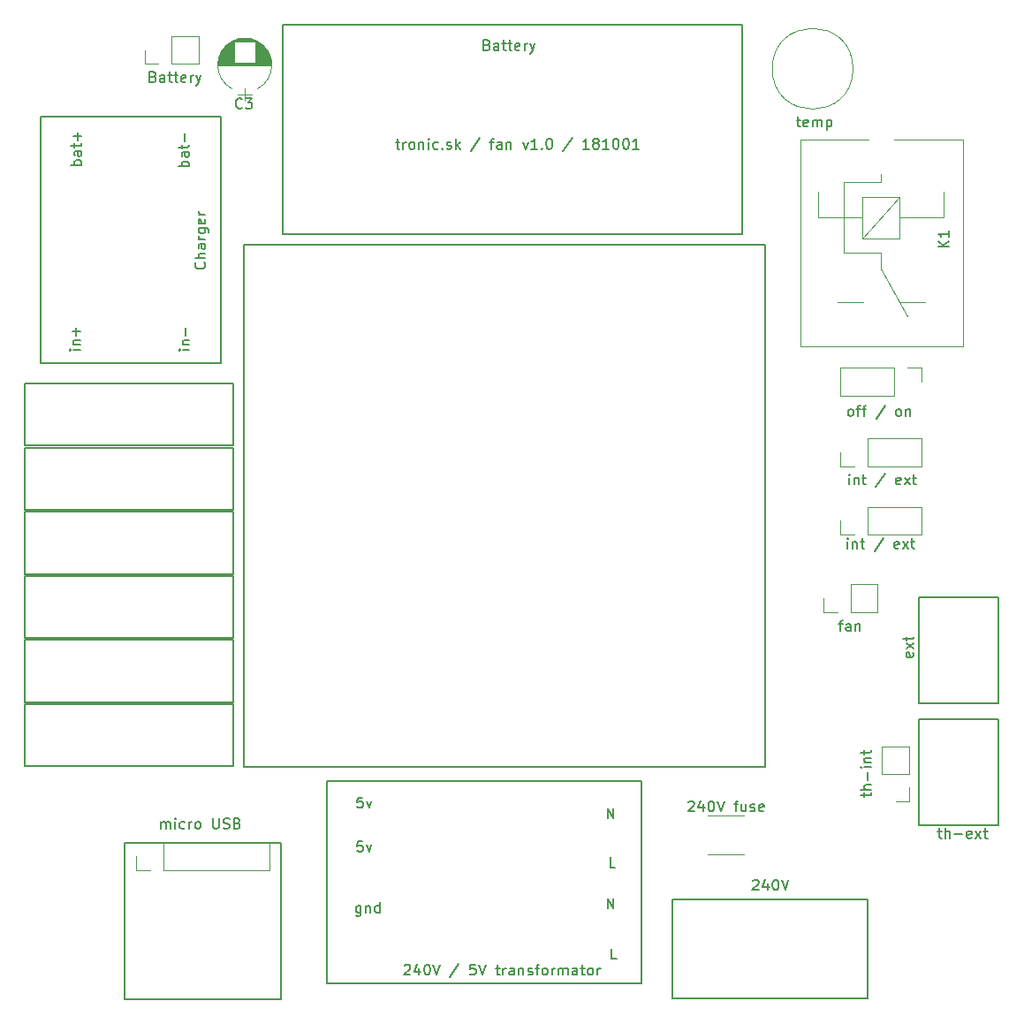
<source format=gto>
G04 #@! TF.GenerationSoftware,KiCad,Pcbnew,(6.0.0-rc1-dev-637-g704615721)*
G04 #@! TF.CreationDate,2018-10-01T23:53:43+02:00*
G04 #@! TF.ProjectId,fan-v1.0,66616E2D76312E302E6B696361645F70,rev?*
G04 #@! TF.SameCoordinates,Original*
G04 #@! TF.FileFunction,Legend,Top*
G04 #@! TF.FilePolarity,Positive*
%FSLAX46Y46*%
G04 Gerber Fmt 4.6, Leading zero omitted, Abs format (unit mm)*
G04 Created by KiCad (PCBNEW (6.0.0-rc1-dev-637-g704615721)) date 10/01/18 23:53:43*
%MOMM*%
%LPD*%
G01*
G04 APERTURE LIST*
%ADD10C,0.150000*%
%ADD11C,0.120000*%
G04 APERTURE END LIST*
D10*
X95218123Y-47766314D02*
X95599076Y-47766314D01*
X95360980Y-47432980D02*
X95360980Y-48290123D01*
X95408600Y-48385361D01*
X95503838Y-48432980D01*
X95599076Y-48432980D01*
X95932409Y-48432980D02*
X95932409Y-47766314D01*
X95932409Y-47956790D02*
X95980028Y-47861552D01*
X96027647Y-47813933D01*
X96122885Y-47766314D01*
X96218123Y-47766314D01*
X96694314Y-48432980D02*
X96599076Y-48385361D01*
X96551457Y-48337742D01*
X96503838Y-48242504D01*
X96503838Y-47956790D01*
X96551457Y-47861552D01*
X96599076Y-47813933D01*
X96694314Y-47766314D01*
X96837171Y-47766314D01*
X96932409Y-47813933D01*
X96980028Y-47861552D01*
X97027647Y-47956790D01*
X97027647Y-48242504D01*
X96980028Y-48337742D01*
X96932409Y-48385361D01*
X96837171Y-48432980D01*
X96694314Y-48432980D01*
X97456219Y-47766314D02*
X97456219Y-48432980D01*
X97456219Y-47861552D02*
X97503838Y-47813933D01*
X97599076Y-47766314D01*
X97741933Y-47766314D01*
X97837171Y-47813933D01*
X97884790Y-47909171D01*
X97884790Y-48432980D01*
X98360980Y-48432980D02*
X98360980Y-47766314D01*
X98360980Y-47432980D02*
X98313361Y-47480600D01*
X98360980Y-47528219D01*
X98408600Y-47480600D01*
X98360980Y-47432980D01*
X98360980Y-47528219D01*
X99265742Y-48385361D02*
X99170504Y-48432980D01*
X98980028Y-48432980D01*
X98884790Y-48385361D01*
X98837171Y-48337742D01*
X98789552Y-48242504D01*
X98789552Y-47956790D01*
X98837171Y-47861552D01*
X98884790Y-47813933D01*
X98980028Y-47766314D01*
X99170504Y-47766314D01*
X99265742Y-47813933D01*
X99694314Y-48337742D02*
X99741933Y-48385361D01*
X99694314Y-48432980D01*
X99646695Y-48385361D01*
X99694314Y-48337742D01*
X99694314Y-48432980D01*
X100122885Y-48385361D02*
X100218123Y-48432980D01*
X100408600Y-48432980D01*
X100503838Y-48385361D01*
X100551457Y-48290123D01*
X100551457Y-48242504D01*
X100503838Y-48147266D01*
X100408600Y-48099647D01*
X100265742Y-48099647D01*
X100170504Y-48052028D01*
X100122885Y-47956790D01*
X100122885Y-47909171D01*
X100170504Y-47813933D01*
X100265742Y-47766314D01*
X100408600Y-47766314D01*
X100503838Y-47813933D01*
X100980028Y-48432980D02*
X100980028Y-47432980D01*
X101075266Y-48052028D02*
X101360980Y-48432980D01*
X101360980Y-47766314D02*
X100980028Y-48147266D01*
X103265742Y-47385361D02*
X102408600Y-48671076D01*
X104218123Y-47766314D02*
X104599076Y-47766314D01*
X104360980Y-48432980D02*
X104360980Y-47575838D01*
X104408600Y-47480600D01*
X104503838Y-47432980D01*
X104599076Y-47432980D01*
X105360980Y-48432980D02*
X105360980Y-47909171D01*
X105313361Y-47813933D01*
X105218123Y-47766314D01*
X105027647Y-47766314D01*
X104932409Y-47813933D01*
X105360980Y-48385361D02*
X105265742Y-48432980D01*
X105027647Y-48432980D01*
X104932409Y-48385361D01*
X104884790Y-48290123D01*
X104884790Y-48194885D01*
X104932409Y-48099647D01*
X105027647Y-48052028D01*
X105265742Y-48052028D01*
X105360980Y-48004409D01*
X105837171Y-47766314D02*
X105837171Y-48432980D01*
X105837171Y-47861552D02*
X105884790Y-47813933D01*
X105980028Y-47766314D01*
X106122885Y-47766314D01*
X106218123Y-47813933D01*
X106265742Y-47909171D01*
X106265742Y-48432980D01*
X107408600Y-47766314D02*
X107646695Y-48432980D01*
X107884790Y-47766314D01*
X108789552Y-48432980D02*
X108218123Y-48432980D01*
X108503838Y-48432980D02*
X108503838Y-47432980D01*
X108408600Y-47575838D01*
X108313361Y-47671076D01*
X108218123Y-47718695D01*
X109218123Y-48337742D02*
X109265742Y-48385361D01*
X109218123Y-48432980D01*
X109170504Y-48385361D01*
X109218123Y-48337742D01*
X109218123Y-48432980D01*
X109884790Y-47432980D02*
X109980028Y-47432980D01*
X110075266Y-47480600D01*
X110122885Y-47528219D01*
X110170504Y-47623457D01*
X110218123Y-47813933D01*
X110218123Y-48052028D01*
X110170504Y-48242504D01*
X110122885Y-48337742D01*
X110075266Y-48385361D01*
X109980028Y-48432980D01*
X109884790Y-48432980D01*
X109789552Y-48385361D01*
X109741933Y-48337742D01*
X109694314Y-48242504D01*
X109646695Y-48052028D01*
X109646695Y-47813933D01*
X109694314Y-47623457D01*
X109741933Y-47528219D01*
X109789552Y-47480600D01*
X109884790Y-47432980D01*
X112122885Y-47385361D02*
X111265742Y-48671076D01*
X113741933Y-48432980D02*
X113170504Y-48432980D01*
X113456219Y-48432980D02*
X113456219Y-47432980D01*
X113360980Y-47575838D01*
X113265742Y-47671076D01*
X113170504Y-47718695D01*
X114313361Y-47861552D02*
X114218123Y-47813933D01*
X114170504Y-47766314D01*
X114122885Y-47671076D01*
X114122885Y-47623457D01*
X114170504Y-47528219D01*
X114218123Y-47480600D01*
X114313361Y-47432980D01*
X114503838Y-47432980D01*
X114599076Y-47480600D01*
X114646695Y-47528219D01*
X114694314Y-47623457D01*
X114694314Y-47671076D01*
X114646695Y-47766314D01*
X114599076Y-47813933D01*
X114503838Y-47861552D01*
X114313361Y-47861552D01*
X114218123Y-47909171D01*
X114170504Y-47956790D01*
X114122885Y-48052028D01*
X114122885Y-48242504D01*
X114170504Y-48337742D01*
X114218123Y-48385361D01*
X114313361Y-48432980D01*
X114503838Y-48432980D01*
X114599076Y-48385361D01*
X114646695Y-48337742D01*
X114694314Y-48242504D01*
X114694314Y-48052028D01*
X114646695Y-47956790D01*
X114599076Y-47909171D01*
X114503838Y-47861552D01*
X115646695Y-48432980D02*
X115075266Y-48432980D01*
X115360980Y-48432980D02*
X115360980Y-47432980D01*
X115265742Y-47575838D01*
X115170504Y-47671076D01*
X115075266Y-47718695D01*
X116265742Y-47432980D02*
X116360980Y-47432980D01*
X116456219Y-47480600D01*
X116503838Y-47528219D01*
X116551457Y-47623457D01*
X116599076Y-47813933D01*
X116599076Y-48052028D01*
X116551457Y-48242504D01*
X116503838Y-48337742D01*
X116456219Y-48385361D01*
X116360980Y-48432980D01*
X116265742Y-48432980D01*
X116170504Y-48385361D01*
X116122885Y-48337742D01*
X116075266Y-48242504D01*
X116027647Y-48052028D01*
X116027647Y-47813933D01*
X116075266Y-47623457D01*
X116122885Y-47528219D01*
X116170504Y-47480600D01*
X116265742Y-47432980D01*
X117218123Y-47432980D02*
X117313361Y-47432980D01*
X117408600Y-47480600D01*
X117456219Y-47528219D01*
X117503838Y-47623457D01*
X117551457Y-47813933D01*
X117551457Y-48052028D01*
X117503838Y-48242504D01*
X117456219Y-48337742D01*
X117408600Y-48385361D01*
X117313361Y-48432980D01*
X117218123Y-48432980D01*
X117122885Y-48385361D01*
X117075266Y-48337742D01*
X117027647Y-48242504D01*
X116980028Y-48052028D01*
X116980028Y-47813933D01*
X117027647Y-47623457D01*
X117075266Y-47528219D01*
X117122885Y-47480600D01*
X117218123Y-47432980D01*
X118503838Y-48432980D02*
X117932409Y-48432980D01*
X118218123Y-48432980D02*
X118218123Y-47432980D01*
X118122885Y-47575838D01*
X118027647Y-47671076D01*
X117932409Y-47718695D01*
X103973571Y-38460371D02*
X104116428Y-38507990D01*
X104164047Y-38555609D01*
X104211666Y-38650847D01*
X104211666Y-38793704D01*
X104164047Y-38888942D01*
X104116428Y-38936561D01*
X104021190Y-38984180D01*
X103640238Y-38984180D01*
X103640238Y-37984180D01*
X103973571Y-37984180D01*
X104068809Y-38031800D01*
X104116428Y-38079419D01*
X104164047Y-38174657D01*
X104164047Y-38269895D01*
X104116428Y-38365133D01*
X104068809Y-38412752D01*
X103973571Y-38460371D01*
X103640238Y-38460371D01*
X105068809Y-38984180D02*
X105068809Y-38460371D01*
X105021190Y-38365133D01*
X104925952Y-38317514D01*
X104735476Y-38317514D01*
X104640238Y-38365133D01*
X105068809Y-38936561D02*
X104973571Y-38984180D01*
X104735476Y-38984180D01*
X104640238Y-38936561D01*
X104592619Y-38841323D01*
X104592619Y-38746085D01*
X104640238Y-38650847D01*
X104735476Y-38603228D01*
X104973571Y-38603228D01*
X105068809Y-38555609D01*
X105402142Y-38317514D02*
X105783095Y-38317514D01*
X105545000Y-37984180D02*
X105545000Y-38841323D01*
X105592619Y-38936561D01*
X105687857Y-38984180D01*
X105783095Y-38984180D01*
X105973571Y-38317514D02*
X106354523Y-38317514D01*
X106116428Y-37984180D02*
X106116428Y-38841323D01*
X106164047Y-38936561D01*
X106259285Y-38984180D01*
X106354523Y-38984180D01*
X107068809Y-38936561D02*
X106973571Y-38984180D01*
X106783095Y-38984180D01*
X106687857Y-38936561D01*
X106640238Y-38841323D01*
X106640238Y-38460371D01*
X106687857Y-38365133D01*
X106783095Y-38317514D01*
X106973571Y-38317514D01*
X107068809Y-38365133D01*
X107116428Y-38460371D01*
X107116428Y-38555609D01*
X106640238Y-38650847D01*
X107545000Y-38984180D02*
X107545000Y-38317514D01*
X107545000Y-38507990D02*
X107592619Y-38412752D01*
X107640238Y-38365133D01*
X107735476Y-38317514D01*
X107830714Y-38317514D01*
X108068809Y-38317514D02*
X108306904Y-38984180D01*
X108545000Y-38317514D02*
X108306904Y-38984180D01*
X108211666Y-39222276D01*
X108164047Y-39269895D01*
X108068809Y-39317514D01*
X84201000Y-129870200D02*
X69215000Y-129870200D01*
X84201000Y-114884200D02*
X84201000Y-129870200D01*
X69215000Y-114884200D02*
X84201000Y-114884200D01*
X69215000Y-129870200D02*
X69215000Y-114884200D01*
X128371600Y-36550600D02*
X128371600Y-56553100D01*
X84366100Y-36550600D02*
X128371600Y-36550600D01*
X84366100Y-56553100D02*
X128435100Y-56553100D01*
X84366100Y-56553100D02*
X84366100Y-36550600D01*
X130594100Y-57632600D02*
X130594100Y-107607100D01*
X80619600Y-57632600D02*
X130594100Y-57632600D01*
X80619600Y-107607100D02*
X80619600Y-57632600D01*
X130594100Y-107607100D02*
X80619600Y-107607100D01*
G04 #@! TO.C,sw-charge-usb*
X69672200Y-70891400D02*
X79641700Y-70891400D01*
X69672200Y-70891400D02*
X59702700Y-70891400D01*
X59702700Y-70891400D02*
X59702700Y-76860400D01*
X59702700Y-76860400D02*
X79641700Y-76860400D01*
X79641700Y-76860400D02*
X79641700Y-70891400D01*
D11*
G04 #@! TO.C,int / ext*
X137836600Y-78838100D02*
X137836600Y-77508100D01*
X139166600Y-78838100D02*
X137836600Y-78838100D01*
X140436600Y-78838100D02*
X140436600Y-76178100D01*
X140436600Y-76178100D02*
X145576600Y-76178100D01*
X140436600Y-78838100D02*
X145576600Y-78838100D01*
X145576600Y-78838100D02*
X145576600Y-76178100D01*
D10*
G04 #@! TO.C,240V*
X140423900Y-129819400D02*
X121754900Y-129819400D01*
X121754900Y-129819400D02*
X121754900Y-120357900D01*
X121754900Y-120357900D02*
X140423900Y-120357900D01*
X140423900Y-120357900D02*
X140423900Y-129819400D01*
D11*
G04 #@! TO.C,240V fuse*
X125146600Y-112293000D02*
X128606600Y-112293000D01*
X125146600Y-116053000D02*
X128606600Y-116053000D01*
D10*
G04 #@! TO.C,240V / 5V transformator*
X118719600Y-108966000D02*
X118719600Y-128397000D01*
X118719600Y-128397000D02*
X88620600Y-128397000D01*
X88620600Y-128397000D02*
X88620600Y-108966000D01*
X88620600Y-108966000D02*
X118719600Y-108966000D01*
D11*
G04 #@! TO.C,K1*
X139907400Y-56995800D02*
X139907400Y-52995800D01*
X143507400Y-56995800D02*
X139907400Y-56995800D01*
X143507400Y-52995800D02*
X143507400Y-56995800D01*
X139907400Y-52995800D02*
X143507400Y-52995800D01*
X139907400Y-56995800D02*
X143507400Y-52995800D01*
X139907400Y-54995800D02*
X135707400Y-54995800D01*
X147707400Y-54995800D02*
X143507400Y-54995800D01*
X141707400Y-51595800D02*
X138107400Y-51595800D01*
X141707400Y-58395800D02*
X138107400Y-58395800D01*
X138107400Y-58395800D02*
X138107400Y-51595800D01*
X141707400Y-59895800D02*
X144207400Y-64495800D01*
X141707400Y-58395800D02*
X141707400Y-59895800D01*
X147707400Y-54995800D02*
X147707400Y-52495800D01*
X141707400Y-51595800D02*
X141707400Y-50795800D01*
X135707400Y-52495800D02*
X135707400Y-54995800D01*
X145957400Y-63095800D02*
X143457400Y-63095800D01*
X137557400Y-63095800D02*
X140007400Y-63095800D01*
X133957400Y-67345800D02*
X133957400Y-47545800D01*
X149557400Y-67345800D02*
X133957400Y-67345800D01*
X149557400Y-47545800D02*
X149557400Y-67345800D01*
X149557400Y-47545800D02*
X142957400Y-47545800D01*
X140557400Y-47545800D02*
X133957400Y-47545800D01*
G04 #@! TO.C,micro USB*
X70323400Y-117535000D02*
X70323400Y-116205000D01*
X71653400Y-117535000D02*
X70323400Y-117535000D01*
X72923400Y-117535000D02*
X72923400Y-114875000D01*
X72923400Y-114875000D02*
X83143400Y-114875000D01*
X72923400Y-117535000D02*
X83143400Y-117535000D01*
X83143400Y-117535000D02*
X83143400Y-114875000D01*
G04 #@! TO.C,th-int*
X144433600Y-110905600D02*
X143103600Y-110905600D01*
X144433600Y-109575600D02*
X144433600Y-110905600D01*
X144433600Y-108305600D02*
X141773600Y-108305600D01*
X141773600Y-108305600D02*
X141773600Y-105705600D01*
X144433600Y-108305600D02*
X144433600Y-105705600D01*
X144433600Y-105705600D02*
X141773600Y-105705600D01*
D10*
G04 #@! TO.C,Charger*
X61214000Y-68961000D02*
X61214000Y-45339000D01*
X61214000Y-45339000D02*
X78422500Y-45339000D01*
X78422500Y-45339000D02*
X78422500Y-68961000D01*
X78422500Y-68961000D02*
X61214000Y-68961000D01*
D11*
G04 #@! TO.C,Battery*
X71136200Y-40268200D02*
X71136200Y-38938200D01*
X72466200Y-40268200D02*
X71136200Y-40268200D01*
X73736200Y-40268200D02*
X73736200Y-37608200D01*
X73736200Y-37608200D02*
X76336200Y-37608200D01*
X73736200Y-40268200D02*
X76336200Y-40268200D01*
X76336200Y-40268200D02*
X76336200Y-37608200D01*
D10*
G04 #@! TO.C,ext*
X145364200Y-101523800D02*
X145364200Y-91363800D01*
X145364200Y-91363800D02*
X152984200Y-91363800D01*
X152984200Y-91363800D02*
X152984200Y-101523800D01*
X152984200Y-101523800D02*
X145364200Y-101523800D01*
D11*
G04 #@! TO.C,fan*
X136185600Y-92808100D02*
X136185600Y-91478100D01*
X137515600Y-92808100D02*
X136185600Y-92808100D01*
X138785600Y-92808100D02*
X138785600Y-90148100D01*
X138785600Y-90148100D02*
X141385600Y-90148100D01*
X138785600Y-92808100D02*
X141385600Y-92808100D01*
X141385600Y-92808100D02*
X141385600Y-90148100D01*
D10*
G04 #@! TO.C,th-ext*
X145313400Y-113207800D02*
X145313400Y-103047800D01*
X145313400Y-103047800D02*
X152933400Y-103047800D01*
X152933400Y-103047800D02*
X152933400Y-113207800D01*
X152933400Y-113207800D02*
X145313400Y-113207800D01*
D11*
G04 #@! TO.C,off / on*
X145576600Y-69409000D02*
X145576600Y-70739000D01*
X144246600Y-69409000D02*
X145576600Y-69409000D01*
X142976600Y-69409000D02*
X142976600Y-72069000D01*
X142976600Y-72069000D02*
X137836600Y-72069000D01*
X142976600Y-69409000D02*
X137836600Y-69409000D01*
X137836600Y-69409000D02*
X137836600Y-72069000D01*
G04 #@! TO.C,int / ext*
X137836600Y-85378600D02*
X137836600Y-84048600D01*
X139166600Y-85378600D02*
X137836600Y-85378600D01*
X140436600Y-85378600D02*
X140436600Y-82718600D01*
X140436600Y-82718600D02*
X145576600Y-82718600D01*
X140436600Y-85378600D02*
X145576600Y-85378600D01*
X145576600Y-85378600D02*
X145576600Y-82718600D01*
G04 #@! TO.C,temp*
X139036100Y-40741600D02*
G75*
G03X139036100Y-40741600I-3870000J0D01*
G01*
D10*
G04 #@! TO.C,sw-charge-zdroj*
X69672200Y-77038200D02*
X79641700Y-77038200D01*
X69672200Y-77038200D02*
X59702700Y-77038200D01*
X59702700Y-77038200D02*
X59702700Y-83007200D01*
X59702700Y-83007200D02*
X79641700Y-83007200D01*
X79641700Y-83007200D02*
X79641700Y-77038200D01*
G04 #@! TO.C,sw-batt-reg*
X69672200Y-83185000D02*
X79641700Y-83185000D01*
X69672200Y-83185000D02*
X59702700Y-83185000D01*
X59702700Y-83185000D02*
X59702700Y-89154000D01*
X59702700Y-89154000D02*
X79641700Y-89154000D01*
X79641700Y-89154000D02*
X79641700Y-83185000D01*
G04 #@! TO.C,sw-batt-norm*
X69672200Y-89331800D02*
X79641700Y-89331800D01*
X69672200Y-89331800D02*
X59702700Y-89331800D01*
X59702700Y-89331800D02*
X59702700Y-95300800D01*
X59702700Y-95300800D02*
X79641700Y-95300800D01*
X79641700Y-95300800D02*
X79641700Y-89331800D01*
G04 #@! TO.C,sw-zdroj*
X69672200Y-95478600D02*
X79641700Y-95478600D01*
X69672200Y-95478600D02*
X59702700Y-95478600D01*
X59702700Y-95478600D02*
X59702700Y-101447600D01*
X59702700Y-101447600D02*
X79641700Y-101447600D01*
X79641700Y-101447600D02*
X79641700Y-95478600D01*
G04 #@! TO.C,sw-usb*
X69672200Y-101625400D02*
X79641700Y-101625400D01*
X69672200Y-101625400D02*
X59702700Y-101625400D01*
X59702700Y-101625400D02*
X59702700Y-107594400D01*
X59702700Y-107594400D02*
X79641700Y-107594400D01*
X79641700Y-107594400D02*
X79641700Y-101625400D01*
D11*
G04 #@! TO.C,C3*
X80096600Y-43230600D02*
X81396600Y-43230600D01*
X80746600Y-43830600D02*
X80746600Y-42630600D01*
X80392600Y-37819600D02*
X81100600Y-37819600D01*
X80187600Y-37859600D02*
X81305600Y-37859600D01*
X80039600Y-37899600D02*
X81453600Y-37899600D01*
X79917600Y-37939600D02*
X81575600Y-37939600D01*
X79812600Y-37979600D02*
X81680600Y-37979600D01*
X79718600Y-38019600D02*
X81774600Y-38019600D01*
X79634600Y-38059600D02*
X81858600Y-38059600D01*
X79557600Y-38099600D02*
X81935600Y-38099600D01*
X79485600Y-38139600D02*
X82007600Y-38139600D01*
X81726600Y-38179600D02*
X82073600Y-38179600D01*
X79419600Y-38179600D02*
X79766600Y-38179600D01*
X81726600Y-38219600D02*
X82136600Y-38219600D01*
X79356600Y-38219600D02*
X79766600Y-38219600D01*
X81726600Y-38259600D02*
X82194600Y-38259600D01*
X79298600Y-38259600D02*
X79766600Y-38259600D01*
X81726600Y-38299600D02*
X82250600Y-38299600D01*
X79242600Y-38299600D02*
X79766600Y-38299600D01*
X81726600Y-38339600D02*
X82302600Y-38339600D01*
X79190600Y-38339600D02*
X79766600Y-38339600D01*
X81726600Y-38379600D02*
X82352600Y-38379600D01*
X79140600Y-38379600D02*
X79766600Y-38379600D01*
X81726600Y-38419600D02*
X82400600Y-38419600D01*
X79092600Y-38419600D02*
X79766600Y-38419600D01*
X81726600Y-38459600D02*
X82445600Y-38459600D01*
X79047600Y-38459600D02*
X79766600Y-38459600D01*
X81726600Y-38499600D02*
X82488600Y-38499600D01*
X79004600Y-38499600D02*
X79766600Y-38499600D01*
X81726600Y-38539600D02*
X82529600Y-38539600D01*
X78963600Y-38539600D02*
X79766600Y-38539600D01*
X81726600Y-38579600D02*
X82569600Y-38579600D01*
X78923600Y-38579600D02*
X79766600Y-38579600D01*
X81726600Y-38619600D02*
X82607600Y-38619600D01*
X78885600Y-38619600D02*
X79766600Y-38619600D01*
X81726600Y-38659600D02*
X82643600Y-38659600D01*
X78849600Y-38659600D02*
X79766600Y-38659600D01*
X81726600Y-38699600D02*
X82678600Y-38699600D01*
X78814600Y-38699600D02*
X79766600Y-38699600D01*
X81726600Y-38739600D02*
X82711600Y-38739600D01*
X78781600Y-38739600D02*
X79766600Y-38739600D01*
X81726600Y-38779600D02*
X82743600Y-38779600D01*
X78749600Y-38779600D02*
X79766600Y-38779600D01*
X81726600Y-38819600D02*
X82774600Y-38819600D01*
X78718600Y-38819600D02*
X79766600Y-38819600D01*
X81726600Y-38859600D02*
X82804600Y-38859600D01*
X78688600Y-38859600D02*
X79766600Y-38859600D01*
X81726600Y-38899600D02*
X82832600Y-38899600D01*
X78660600Y-38899600D02*
X79766600Y-38899600D01*
X81726600Y-38939600D02*
X82859600Y-38939600D01*
X78633600Y-38939600D02*
X79766600Y-38939600D01*
X81726600Y-38979600D02*
X82886600Y-38979600D01*
X78606600Y-38979600D02*
X79766600Y-38979600D01*
X81726600Y-39019600D02*
X82911600Y-39019600D01*
X78581600Y-39019600D02*
X79766600Y-39019600D01*
X81726600Y-39059600D02*
X82935600Y-39059600D01*
X78557600Y-39059600D02*
X79766600Y-39059600D01*
X81726600Y-39099600D02*
X82958600Y-39099600D01*
X78534600Y-39099600D02*
X79766600Y-39099600D01*
X81726600Y-39139600D02*
X82980600Y-39139600D01*
X78512600Y-39139600D02*
X79766600Y-39139600D01*
X81726600Y-39179600D02*
X83002600Y-39179600D01*
X78490600Y-39179600D02*
X79766600Y-39179600D01*
X81726600Y-39219600D02*
X83022600Y-39219600D01*
X78470600Y-39219600D02*
X79766600Y-39219600D01*
X81726600Y-39259600D02*
X83042600Y-39259600D01*
X78450600Y-39259600D02*
X79766600Y-39259600D01*
X81726600Y-39299600D02*
X83061600Y-39299600D01*
X78431600Y-39299600D02*
X79766600Y-39299600D01*
X81726600Y-39339600D02*
X83079600Y-39339600D01*
X78413600Y-39339600D02*
X79766600Y-39339600D01*
X81726600Y-39379600D02*
X83096600Y-39379600D01*
X78396600Y-39379600D02*
X79766600Y-39379600D01*
X81726600Y-39419600D02*
X83112600Y-39419600D01*
X78380600Y-39419600D02*
X79766600Y-39419600D01*
X81726600Y-39459600D02*
X83128600Y-39459600D01*
X78364600Y-39459600D02*
X79766600Y-39459600D01*
X81726600Y-39499600D02*
X83142600Y-39499600D01*
X78350600Y-39499600D02*
X79766600Y-39499600D01*
X81726600Y-39539600D02*
X83156600Y-39539600D01*
X78336600Y-39539600D02*
X79766600Y-39539600D01*
X81726600Y-39579600D02*
X83170600Y-39579600D01*
X78322600Y-39579600D02*
X79766600Y-39579600D01*
X81726600Y-39619600D02*
X83182600Y-39619600D01*
X78310600Y-39619600D02*
X79766600Y-39619600D01*
X81726600Y-39659600D02*
X83194600Y-39659600D01*
X78298600Y-39659600D02*
X79766600Y-39659600D01*
X81726600Y-39700600D02*
X83206600Y-39700600D01*
X78286600Y-39700600D02*
X79766600Y-39700600D01*
X81726600Y-39740600D02*
X83216600Y-39740600D01*
X78276600Y-39740600D02*
X79766600Y-39740600D01*
X81726600Y-39780600D02*
X83226600Y-39780600D01*
X78266600Y-39780600D02*
X79766600Y-39780600D01*
X81726600Y-39820600D02*
X83235600Y-39820600D01*
X78257600Y-39820600D02*
X79766600Y-39820600D01*
X81726600Y-39860600D02*
X83244600Y-39860600D01*
X78248600Y-39860600D02*
X79766600Y-39860600D01*
X81726600Y-39900600D02*
X83252600Y-39900600D01*
X78240600Y-39900600D02*
X79766600Y-39900600D01*
X81726600Y-39940600D02*
X83259600Y-39940600D01*
X78233600Y-39940600D02*
X79766600Y-39940600D01*
X81726600Y-39980600D02*
X83265600Y-39980600D01*
X78227600Y-39980600D02*
X79766600Y-39980600D01*
X81726600Y-40020600D02*
X83271600Y-40020600D01*
X78221600Y-40020600D02*
X79766600Y-40020600D01*
X81726600Y-40060600D02*
X83277600Y-40060600D01*
X78215600Y-40060600D02*
X79766600Y-40060600D01*
X81726600Y-40100600D02*
X83281600Y-40100600D01*
X78211600Y-40100600D02*
X79766600Y-40100600D01*
X78207600Y-40140600D02*
X83285600Y-40140600D01*
X78203600Y-40180600D02*
X83289600Y-40180600D01*
X78200600Y-40220600D02*
X83292600Y-40220600D01*
X78198600Y-40260600D02*
X83294600Y-40260600D01*
X78197600Y-40300600D02*
X83295600Y-40300600D01*
X78196600Y-40340600D02*
X83296600Y-40340600D01*
X78196600Y-40380600D02*
X83296600Y-40380600D01*
X81926323Y-38074878D02*
G75*
G03X79566600Y-38075020I-1179723J-2305722D01*
G01*
X81926323Y-38074878D02*
G75*
G02X81926600Y-42686180I-1179723J-2305722D01*
G01*
X79566877Y-38074878D02*
G75*
G03X79566600Y-42686180I1179723J-2305722D01*
G01*
G04 #@! TO.C,int / ext*
D10*
X138665342Y-80589380D02*
X138665342Y-79922714D01*
X138665342Y-79589380D02*
X138617723Y-79637000D01*
X138665342Y-79684619D01*
X138712961Y-79637000D01*
X138665342Y-79589380D01*
X138665342Y-79684619D01*
X139141533Y-79922714D02*
X139141533Y-80589380D01*
X139141533Y-80017952D02*
X139189152Y-79970333D01*
X139284390Y-79922714D01*
X139427247Y-79922714D01*
X139522485Y-79970333D01*
X139570104Y-80065571D01*
X139570104Y-80589380D01*
X139903438Y-79922714D02*
X140284390Y-79922714D01*
X140046295Y-79589380D02*
X140046295Y-80446523D01*
X140093914Y-80541761D01*
X140189152Y-80589380D01*
X140284390Y-80589380D01*
X142093914Y-79541761D02*
X141236771Y-80827476D01*
X143570104Y-80541761D02*
X143474866Y-80589380D01*
X143284390Y-80589380D01*
X143189152Y-80541761D01*
X143141533Y-80446523D01*
X143141533Y-80065571D01*
X143189152Y-79970333D01*
X143284390Y-79922714D01*
X143474866Y-79922714D01*
X143570104Y-79970333D01*
X143617723Y-80065571D01*
X143617723Y-80160809D01*
X143141533Y-80256047D01*
X143951057Y-80589380D02*
X144474866Y-79922714D01*
X143951057Y-79922714D02*
X144474866Y-80589380D01*
X144712961Y-79922714D02*
X145093914Y-79922714D01*
X144855819Y-79589380D02*
X144855819Y-80446523D01*
X144903438Y-80541761D01*
X144998676Y-80589380D01*
X145093914Y-80589380D01*
G04 #@! TO.C,240V*
X129422733Y-118546619D02*
X129470352Y-118499000D01*
X129565590Y-118451380D01*
X129803685Y-118451380D01*
X129898923Y-118499000D01*
X129946542Y-118546619D01*
X129994161Y-118641857D01*
X129994161Y-118737095D01*
X129946542Y-118879952D01*
X129375114Y-119451380D01*
X129994161Y-119451380D01*
X130851304Y-118784714D02*
X130851304Y-119451380D01*
X130613209Y-118403761D02*
X130375114Y-119118047D01*
X130994161Y-119118047D01*
X131565590Y-118451380D02*
X131660828Y-118451380D01*
X131756066Y-118499000D01*
X131803685Y-118546619D01*
X131851304Y-118641857D01*
X131898923Y-118832333D01*
X131898923Y-119070428D01*
X131851304Y-119260904D01*
X131803685Y-119356142D01*
X131756066Y-119403761D01*
X131660828Y-119451380D01*
X131565590Y-119451380D01*
X131470352Y-119403761D01*
X131422733Y-119356142D01*
X131375114Y-119260904D01*
X131327495Y-119070428D01*
X131327495Y-118832333D01*
X131375114Y-118641857D01*
X131422733Y-118546619D01*
X131470352Y-118499000D01*
X131565590Y-118451380D01*
X132184638Y-118451380D02*
X132517971Y-119451380D01*
X132851304Y-118451380D01*
G04 #@! TO.C,240V fuse*
X123257552Y-111000619D02*
X123305171Y-110953000D01*
X123400409Y-110905380D01*
X123638504Y-110905380D01*
X123733742Y-110953000D01*
X123781361Y-111000619D01*
X123828980Y-111095857D01*
X123828980Y-111191095D01*
X123781361Y-111333952D01*
X123209933Y-111905380D01*
X123828980Y-111905380D01*
X124686123Y-111238714D02*
X124686123Y-111905380D01*
X124448028Y-110857761D02*
X124209933Y-111572047D01*
X124828980Y-111572047D01*
X125400409Y-110905380D02*
X125495647Y-110905380D01*
X125590885Y-110953000D01*
X125638504Y-111000619D01*
X125686123Y-111095857D01*
X125733742Y-111286333D01*
X125733742Y-111524428D01*
X125686123Y-111714904D01*
X125638504Y-111810142D01*
X125590885Y-111857761D01*
X125495647Y-111905380D01*
X125400409Y-111905380D01*
X125305171Y-111857761D01*
X125257552Y-111810142D01*
X125209933Y-111714904D01*
X125162314Y-111524428D01*
X125162314Y-111286333D01*
X125209933Y-111095857D01*
X125257552Y-111000619D01*
X125305171Y-110953000D01*
X125400409Y-110905380D01*
X126019457Y-110905380D02*
X126352790Y-111905380D01*
X126686123Y-110905380D01*
X127638504Y-111238714D02*
X128019457Y-111238714D01*
X127781361Y-111905380D02*
X127781361Y-111048238D01*
X127828980Y-110953000D01*
X127924219Y-110905380D01*
X128019457Y-110905380D01*
X128781361Y-111238714D02*
X128781361Y-111905380D01*
X128352790Y-111238714D02*
X128352790Y-111762523D01*
X128400409Y-111857761D01*
X128495647Y-111905380D01*
X128638504Y-111905380D01*
X128733742Y-111857761D01*
X128781361Y-111810142D01*
X129209933Y-111857761D02*
X129305171Y-111905380D01*
X129495647Y-111905380D01*
X129590885Y-111857761D01*
X129638504Y-111762523D01*
X129638504Y-111714904D01*
X129590885Y-111619666D01*
X129495647Y-111572047D01*
X129352790Y-111572047D01*
X129257552Y-111524428D01*
X129209933Y-111429190D01*
X129209933Y-111381571D01*
X129257552Y-111286333D01*
X129352790Y-111238714D01*
X129495647Y-111238714D01*
X129590885Y-111286333D01*
X130448028Y-111857761D02*
X130352790Y-111905380D01*
X130162314Y-111905380D01*
X130067076Y-111857761D01*
X130019457Y-111762523D01*
X130019457Y-111381571D01*
X130067076Y-111286333D01*
X130162314Y-111238714D01*
X130352790Y-111238714D01*
X130448028Y-111286333D01*
X130495647Y-111381571D01*
X130495647Y-111476809D01*
X130019457Y-111572047D01*
G04 #@! TO.C,240V / 5V transformator*
X96027457Y-126674619D02*
X96075076Y-126627000D01*
X96170314Y-126579380D01*
X96408409Y-126579380D01*
X96503647Y-126627000D01*
X96551266Y-126674619D01*
X96598885Y-126769857D01*
X96598885Y-126865095D01*
X96551266Y-127007952D01*
X95979838Y-127579380D01*
X96598885Y-127579380D01*
X97456028Y-126912714D02*
X97456028Y-127579380D01*
X97217933Y-126531761D02*
X96979838Y-127246047D01*
X97598885Y-127246047D01*
X98170314Y-126579380D02*
X98265552Y-126579380D01*
X98360790Y-126627000D01*
X98408409Y-126674619D01*
X98456028Y-126769857D01*
X98503647Y-126960333D01*
X98503647Y-127198428D01*
X98456028Y-127388904D01*
X98408409Y-127484142D01*
X98360790Y-127531761D01*
X98265552Y-127579380D01*
X98170314Y-127579380D01*
X98075076Y-127531761D01*
X98027457Y-127484142D01*
X97979838Y-127388904D01*
X97932219Y-127198428D01*
X97932219Y-126960333D01*
X97979838Y-126769857D01*
X98027457Y-126674619D01*
X98075076Y-126627000D01*
X98170314Y-126579380D01*
X98789361Y-126579380D02*
X99122695Y-127579380D01*
X99456028Y-126579380D01*
X101265552Y-126531761D02*
X100408409Y-127817476D01*
X102836980Y-126579380D02*
X102360790Y-126579380D01*
X102313171Y-127055571D01*
X102360790Y-127007952D01*
X102456028Y-126960333D01*
X102694123Y-126960333D01*
X102789361Y-127007952D01*
X102836980Y-127055571D01*
X102884600Y-127150809D01*
X102884600Y-127388904D01*
X102836980Y-127484142D01*
X102789361Y-127531761D01*
X102694123Y-127579380D01*
X102456028Y-127579380D01*
X102360790Y-127531761D01*
X102313171Y-127484142D01*
X103170314Y-126579380D02*
X103503647Y-127579380D01*
X103836980Y-126579380D01*
X104789361Y-126912714D02*
X105170314Y-126912714D01*
X104932219Y-126579380D02*
X104932219Y-127436523D01*
X104979838Y-127531761D01*
X105075076Y-127579380D01*
X105170314Y-127579380D01*
X105503647Y-127579380D02*
X105503647Y-126912714D01*
X105503647Y-127103190D02*
X105551266Y-127007952D01*
X105598885Y-126960333D01*
X105694123Y-126912714D01*
X105789361Y-126912714D01*
X106551266Y-127579380D02*
X106551266Y-127055571D01*
X106503647Y-126960333D01*
X106408409Y-126912714D01*
X106217933Y-126912714D01*
X106122695Y-126960333D01*
X106551266Y-127531761D02*
X106456028Y-127579380D01*
X106217933Y-127579380D01*
X106122695Y-127531761D01*
X106075076Y-127436523D01*
X106075076Y-127341285D01*
X106122695Y-127246047D01*
X106217933Y-127198428D01*
X106456028Y-127198428D01*
X106551266Y-127150809D01*
X107027457Y-126912714D02*
X107027457Y-127579380D01*
X107027457Y-127007952D02*
X107075076Y-126960333D01*
X107170314Y-126912714D01*
X107313171Y-126912714D01*
X107408409Y-126960333D01*
X107456028Y-127055571D01*
X107456028Y-127579380D01*
X107884600Y-127531761D02*
X107979838Y-127579380D01*
X108170314Y-127579380D01*
X108265552Y-127531761D01*
X108313171Y-127436523D01*
X108313171Y-127388904D01*
X108265552Y-127293666D01*
X108170314Y-127246047D01*
X108027457Y-127246047D01*
X107932219Y-127198428D01*
X107884600Y-127103190D01*
X107884600Y-127055571D01*
X107932219Y-126960333D01*
X108027457Y-126912714D01*
X108170314Y-126912714D01*
X108265552Y-126960333D01*
X108598885Y-126912714D02*
X108979838Y-126912714D01*
X108741742Y-127579380D02*
X108741742Y-126722238D01*
X108789361Y-126627000D01*
X108884600Y-126579380D01*
X108979838Y-126579380D01*
X109456028Y-127579380D02*
X109360790Y-127531761D01*
X109313171Y-127484142D01*
X109265552Y-127388904D01*
X109265552Y-127103190D01*
X109313171Y-127007952D01*
X109360790Y-126960333D01*
X109456028Y-126912714D01*
X109598885Y-126912714D01*
X109694123Y-126960333D01*
X109741742Y-127007952D01*
X109789361Y-127103190D01*
X109789361Y-127388904D01*
X109741742Y-127484142D01*
X109694123Y-127531761D01*
X109598885Y-127579380D01*
X109456028Y-127579380D01*
X110217933Y-127579380D02*
X110217933Y-126912714D01*
X110217933Y-127103190D02*
X110265552Y-127007952D01*
X110313171Y-126960333D01*
X110408409Y-126912714D01*
X110503647Y-126912714D01*
X110836980Y-127579380D02*
X110836980Y-126912714D01*
X110836980Y-127007952D02*
X110884600Y-126960333D01*
X110979838Y-126912714D01*
X111122695Y-126912714D01*
X111217933Y-126960333D01*
X111265552Y-127055571D01*
X111265552Y-127579380D01*
X111265552Y-127055571D02*
X111313171Y-126960333D01*
X111408409Y-126912714D01*
X111551266Y-126912714D01*
X111646504Y-126960333D01*
X111694123Y-127055571D01*
X111694123Y-127579380D01*
X112598885Y-127579380D02*
X112598885Y-127055571D01*
X112551266Y-126960333D01*
X112456028Y-126912714D01*
X112265552Y-126912714D01*
X112170314Y-126960333D01*
X112598885Y-127531761D02*
X112503647Y-127579380D01*
X112265552Y-127579380D01*
X112170314Y-127531761D01*
X112122695Y-127436523D01*
X112122695Y-127341285D01*
X112170314Y-127246047D01*
X112265552Y-127198428D01*
X112503647Y-127198428D01*
X112598885Y-127150809D01*
X112932219Y-126912714D02*
X113313171Y-126912714D01*
X113075076Y-126579380D02*
X113075076Y-127436523D01*
X113122695Y-127531761D01*
X113217933Y-127579380D01*
X113313171Y-127579380D01*
X113789361Y-127579380D02*
X113694123Y-127531761D01*
X113646504Y-127484142D01*
X113598885Y-127388904D01*
X113598885Y-127103190D01*
X113646504Y-127007952D01*
X113694123Y-126960333D01*
X113789361Y-126912714D01*
X113932219Y-126912714D01*
X114027457Y-126960333D01*
X114075076Y-127007952D01*
X114122695Y-127103190D01*
X114122695Y-127388904D01*
X114075076Y-127484142D01*
X114027457Y-127531761D01*
X113932219Y-127579380D01*
X113789361Y-127579380D01*
X114551266Y-127579380D02*
X114551266Y-126912714D01*
X114551266Y-127103190D02*
X114598885Y-127007952D01*
X114646504Y-126960333D01*
X114741742Y-126912714D01*
X114836980Y-126912714D01*
X92033742Y-114768380D02*
X91557552Y-114768380D01*
X91509933Y-115244571D01*
X91557552Y-115196952D01*
X91652790Y-115149333D01*
X91890885Y-115149333D01*
X91986123Y-115196952D01*
X92033742Y-115244571D01*
X92081361Y-115339809D01*
X92081361Y-115577904D01*
X92033742Y-115673142D01*
X91986123Y-115720761D01*
X91890885Y-115768380D01*
X91652790Y-115768380D01*
X91557552Y-115720761D01*
X91509933Y-115673142D01*
X92414695Y-115101714D02*
X92652790Y-115768380D01*
X92890885Y-115101714D01*
X115512885Y-112593380D02*
X115512885Y-111593380D01*
X116084314Y-112593380D01*
X116084314Y-111593380D01*
X116235123Y-117292380D02*
X115758933Y-117292380D01*
X115758933Y-116292380D01*
X91867123Y-120943714D02*
X91867123Y-121753238D01*
X91819504Y-121848476D01*
X91771885Y-121896095D01*
X91676647Y-121943714D01*
X91533790Y-121943714D01*
X91438552Y-121896095D01*
X91867123Y-121562761D02*
X91771885Y-121610380D01*
X91581409Y-121610380D01*
X91486171Y-121562761D01*
X91438552Y-121515142D01*
X91390933Y-121419904D01*
X91390933Y-121134190D01*
X91438552Y-121038952D01*
X91486171Y-120991333D01*
X91581409Y-120943714D01*
X91771885Y-120943714D01*
X91867123Y-120991333D01*
X92343314Y-120943714D02*
X92343314Y-121610380D01*
X92343314Y-121038952D02*
X92390933Y-120991333D01*
X92486171Y-120943714D01*
X92629028Y-120943714D01*
X92724266Y-120991333D01*
X92771885Y-121086571D01*
X92771885Y-121610380D01*
X93676647Y-121610380D02*
X93676647Y-120610380D01*
X93676647Y-121562761D02*
X93581409Y-121610380D01*
X93390933Y-121610380D01*
X93295695Y-121562761D01*
X93248076Y-121515142D01*
X93200457Y-121419904D01*
X93200457Y-121134190D01*
X93248076Y-121038952D01*
X93295695Y-120991333D01*
X93390933Y-120943714D01*
X93581409Y-120943714D01*
X93676647Y-120991333D01*
X92033742Y-110577380D02*
X91557552Y-110577380D01*
X91509933Y-111053571D01*
X91557552Y-111005952D01*
X91652790Y-110958333D01*
X91890885Y-110958333D01*
X91986123Y-111005952D01*
X92033742Y-111053571D01*
X92081361Y-111148809D01*
X92081361Y-111386904D01*
X92033742Y-111482142D01*
X91986123Y-111529761D01*
X91890885Y-111577380D01*
X91652790Y-111577380D01*
X91557552Y-111529761D01*
X91509933Y-111482142D01*
X92414695Y-110910714D02*
X92652790Y-111577380D01*
X92890885Y-110910714D01*
X115512885Y-121229380D02*
X115512885Y-120229380D01*
X116084314Y-121229380D01*
X116084314Y-120229380D01*
X116362123Y-126055380D02*
X115885933Y-126055380D01*
X115885933Y-125055380D01*
G04 #@! TO.C,K1*
X148204180Y-57811895D02*
X147204180Y-57811895D01*
X148204180Y-57240466D02*
X147632752Y-57669038D01*
X147204180Y-57240466D02*
X147775609Y-57811895D01*
X148204180Y-56288085D02*
X148204180Y-56859514D01*
X148204180Y-56573800D02*
X147204180Y-56573800D01*
X147347038Y-56669038D01*
X147442276Y-56764276D01*
X147489895Y-56859514D01*
G04 #@! TO.C,micro USB*
X72741304Y-113558580D02*
X72741304Y-112891914D01*
X72741304Y-112987152D02*
X72788923Y-112939533D01*
X72884161Y-112891914D01*
X73027019Y-112891914D01*
X73122257Y-112939533D01*
X73169876Y-113034771D01*
X73169876Y-113558580D01*
X73169876Y-113034771D02*
X73217495Y-112939533D01*
X73312733Y-112891914D01*
X73455590Y-112891914D01*
X73550828Y-112939533D01*
X73598447Y-113034771D01*
X73598447Y-113558580D01*
X74074638Y-113558580D02*
X74074638Y-112891914D01*
X74074638Y-112558580D02*
X74027019Y-112606200D01*
X74074638Y-112653819D01*
X74122257Y-112606200D01*
X74074638Y-112558580D01*
X74074638Y-112653819D01*
X74979400Y-113510961D02*
X74884161Y-113558580D01*
X74693685Y-113558580D01*
X74598447Y-113510961D01*
X74550828Y-113463342D01*
X74503209Y-113368104D01*
X74503209Y-113082390D01*
X74550828Y-112987152D01*
X74598447Y-112939533D01*
X74693685Y-112891914D01*
X74884161Y-112891914D01*
X74979400Y-112939533D01*
X75407971Y-113558580D02*
X75407971Y-112891914D01*
X75407971Y-113082390D02*
X75455590Y-112987152D01*
X75503209Y-112939533D01*
X75598447Y-112891914D01*
X75693685Y-112891914D01*
X76169876Y-113558580D02*
X76074638Y-113510961D01*
X76027019Y-113463342D01*
X75979400Y-113368104D01*
X75979400Y-113082390D01*
X76027019Y-112987152D01*
X76074638Y-112939533D01*
X76169876Y-112891914D01*
X76312733Y-112891914D01*
X76407971Y-112939533D01*
X76455590Y-112987152D01*
X76503209Y-113082390D01*
X76503209Y-113368104D01*
X76455590Y-113463342D01*
X76407971Y-113510961D01*
X76312733Y-113558580D01*
X76169876Y-113558580D01*
X77693685Y-112558580D02*
X77693685Y-113368104D01*
X77741304Y-113463342D01*
X77788923Y-113510961D01*
X77884161Y-113558580D01*
X78074638Y-113558580D01*
X78169876Y-113510961D01*
X78217495Y-113463342D01*
X78265114Y-113368104D01*
X78265114Y-112558580D01*
X78693685Y-113510961D02*
X78836542Y-113558580D01*
X79074638Y-113558580D01*
X79169876Y-113510961D01*
X79217495Y-113463342D01*
X79265114Y-113368104D01*
X79265114Y-113272866D01*
X79217495Y-113177628D01*
X79169876Y-113130009D01*
X79074638Y-113082390D01*
X78884161Y-113034771D01*
X78788923Y-112987152D01*
X78741304Y-112939533D01*
X78693685Y-112844295D01*
X78693685Y-112749057D01*
X78741304Y-112653819D01*
X78788923Y-112606200D01*
X78884161Y-112558580D01*
X79122257Y-112558580D01*
X79265114Y-112606200D01*
X80027019Y-113034771D02*
X80169876Y-113082390D01*
X80217495Y-113130009D01*
X80265114Y-113225247D01*
X80265114Y-113368104D01*
X80217495Y-113463342D01*
X80169876Y-113510961D01*
X80074638Y-113558580D01*
X79693685Y-113558580D01*
X79693685Y-112558580D01*
X80027019Y-112558580D01*
X80122257Y-112606200D01*
X80169876Y-112653819D01*
X80217495Y-112749057D01*
X80217495Y-112844295D01*
X80169876Y-112939533D01*
X80122257Y-112987152D01*
X80027019Y-113034771D01*
X79693685Y-113034771D01*
G04 #@! TO.C,th-int*
X140120714Y-110518295D02*
X140120714Y-110137342D01*
X139787380Y-110375438D02*
X140644523Y-110375438D01*
X140739761Y-110327819D01*
X140787380Y-110232580D01*
X140787380Y-110137342D01*
X140787380Y-109804009D02*
X139787380Y-109804009D01*
X140787380Y-109375438D02*
X140263571Y-109375438D01*
X140168333Y-109423057D01*
X140120714Y-109518295D01*
X140120714Y-109661152D01*
X140168333Y-109756390D01*
X140215952Y-109804009D01*
X140406428Y-108899247D02*
X140406428Y-108137342D01*
X140787380Y-107661152D02*
X140120714Y-107661152D01*
X139787380Y-107661152D02*
X139835000Y-107708771D01*
X139882619Y-107661152D01*
X139835000Y-107613533D01*
X139787380Y-107661152D01*
X139882619Y-107661152D01*
X140120714Y-107184961D02*
X140787380Y-107184961D01*
X140215952Y-107184961D02*
X140168333Y-107137342D01*
X140120714Y-107042104D01*
X140120714Y-106899247D01*
X140168333Y-106804009D01*
X140263571Y-106756390D01*
X140787380Y-106756390D01*
X140120714Y-106423057D02*
X140120714Y-106042104D01*
X139787380Y-106280200D02*
X140644523Y-106280200D01*
X140739761Y-106232580D01*
X140787380Y-106137342D01*
X140787380Y-106042104D01*
G04 #@! TO.C,Charger*
X76874642Y-59308738D02*
X76922261Y-59356357D01*
X76969880Y-59499214D01*
X76969880Y-59594452D01*
X76922261Y-59737309D01*
X76827023Y-59832547D01*
X76731785Y-59880166D01*
X76541309Y-59927785D01*
X76398452Y-59927785D01*
X76207976Y-59880166D01*
X76112738Y-59832547D01*
X76017500Y-59737309D01*
X75969880Y-59594452D01*
X75969880Y-59499214D01*
X76017500Y-59356357D01*
X76065119Y-59308738D01*
X76969880Y-58880166D02*
X75969880Y-58880166D01*
X76969880Y-58451595D02*
X76446071Y-58451595D01*
X76350833Y-58499214D01*
X76303214Y-58594452D01*
X76303214Y-58737309D01*
X76350833Y-58832547D01*
X76398452Y-58880166D01*
X76969880Y-57546833D02*
X76446071Y-57546833D01*
X76350833Y-57594452D01*
X76303214Y-57689690D01*
X76303214Y-57880166D01*
X76350833Y-57975404D01*
X76922261Y-57546833D02*
X76969880Y-57642071D01*
X76969880Y-57880166D01*
X76922261Y-57975404D01*
X76827023Y-58023023D01*
X76731785Y-58023023D01*
X76636547Y-57975404D01*
X76588928Y-57880166D01*
X76588928Y-57642071D01*
X76541309Y-57546833D01*
X76969880Y-57070642D02*
X76303214Y-57070642D01*
X76493690Y-57070642D02*
X76398452Y-57023023D01*
X76350833Y-56975404D01*
X76303214Y-56880166D01*
X76303214Y-56784928D01*
X76303214Y-56023023D02*
X77112738Y-56023023D01*
X77207976Y-56070642D01*
X77255595Y-56118261D01*
X77303214Y-56213500D01*
X77303214Y-56356357D01*
X77255595Y-56451595D01*
X76922261Y-56023023D02*
X76969880Y-56118261D01*
X76969880Y-56308738D01*
X76922261Y-56403976D01*
X76874642Y-56451595D01*
X76779404Y-56499214D01*
X76493690Y-56499214D01*
X76398452Y-56451595D01*
X76350833Y-56403976D01*
X76303214Y-56308738D01*
X76303214Y-56118261D01*
X76350833Y-56023023D01*
X76922261Y-55165880D02*
X76969880Y-55261119D01*
X76969880Y-55451595D01*
X76922261Y-55546833D01*
X76827023Y-55594452D01*
X76446071Y-55594452D01*
X76350833Y-55546833D01*
X76303214Y-55451595D01*
X76303214Y-55261119D01*
X76350833Y-55165880D01*
X76446071Y-55118261D01*
X76541309Y-55118261D01*
X76636547Y-55594452D01*
X76969880Y-54689690D02*
X76303214Y-54689690D01*
X76493690Y-54689690D02*
X76398452Y-54642071D01*
X76350833Y-54594452D01*
X76303214Y-54499214D01*
X76303214Y-54403976D01*
X64968380Y-67682928D02*
X64301714Y-67682928D01*
X63968380Y-67682928D02*
X64016000Y-67730547D01*
X64063619Y-67682928D01*
X64016000Y-67635309D01*
X63968380Y-67682928D01*
X64063619Y-67682928D01*
X64301714Y-67206738D02*
X64968380Y-67206738D01*
X64396952Y-67206738D02*
X64349333Y-67159119D01*
X64301714Y-67063880D01*
X64301714Y-66921023D01*
X64349333Y-66825785D01*
X64444571Y-66778166D01*
X64968380Y-66778166D01*
X64587428Y-66301976D02*
X64587428Y-65540071D01*
X64968380Y-65921023D02*
X64206476Y-65921023D01*
X75445880Y-67682928D02*
X74779214Y-67682928D01*
X74445880Y-67682928D02*
X74493500Y-67730547D01*
X74541119Y-67682928D01*
X74493500Y-67635309D01*
X74445880Y-67682928D01*
X74541119Y-67682928D01*
X74779214Y-67206738D02*
X75445880Y-67206738D01*
X74874452Y-67206738D02*
X74826833Y-67159119D01*
X74779214Y-67063880D01*
X74779214Y-66921023D01*
X74826833Y-66825785D01*
X74922071Y-66778166D01*
X75445880Y-66778166D01*
X75064928Y-66301976D02*
X75064928Y-65540071D01*
X65095380Y-49958428D02*
X64095380Y-49958428D01*
X64476333Y-49958428D02*
X64428714Y-49863190D01*
X64428714Y-49672714D01*
X64476333Y-49577476D01*
X64523952Y-49529857D01*
X64619190Y-49482238D01*
X64904904Y-49482238D01*
X65000142Y-49529857D01*
X65047761Y-49577476D01*
X65095380Y-49672714D01*
X65095380Y-49863190D01*
X65047761Y-49958428D01*
X65095380Y-48625095D02*
X64571571Y-48625095D01*
X64476333Y-48672714D01*
X64428714Y-48767952D01*
X64428714Y-48958428D01*
X64476333Y-49053666D01*
X65047761Y-48625095D02*
X65095380Y-48720333D01*
X65095380Y-48958428D01*
X65047761Y-49053666D01*
X64952523Y-49101285D01*
X64857285Y-49101285D01*
X64762047Y-49053666D01*
X64714428Y-48958428D01*
X64714428Y-48720333D01*
X64666809Y-48625095D01*
X64428714Y-48291761D02*
X64428714Y-47910809D01*
X64095380Y-48148904D02*
X64952523Y-48148904D01*
X65047761Y-48101285D01*
X65095380Y-48006047D01*
X65095380Y-47910809D01*
X64714428Y-47577476D02*
X64714428Y-46815571D01*
X65095380Y-47196523D02*
X64333476Y-47196523D01*
X75382380Y-50085428D02*
X74382380Y-50085428D01*
X74763333Y-50085428D02*
X74715714Y-49990190D01*
X74715714Y-49799714D01*
X74763333Y-49704476D01*
X74810952Y-49656857D01*
X74906190Y-49609238D01*
X75191904Y-49609238D01*
X75287142Y-49656857D01*
X75334761Y-49704476D01*
X75382380Y-49799714D01*
X75382380Y-49990190D01*
X75334761Y-50085428D01*
X75382380Y-48752095D02*
X74858571Y-48752095D01*
X74763333Y-48799714D01*
X74715714Y-48894952D01*
X74715714Y-49085428D01*
X74763333Y-49180666D01*
X75334761Y-48752095D02*
X75382380Y-48847333D01*
X75382380Y-49085428D01*
X75334761Y-49180666D01*
X75239523Y-49228285D01*
X75144285Y-49228285D01*
X75049047Y-49180666D01*
X75001428Y-49085428D01*
X75001428Y-48847333D01*
X74953809Y-48752095D01*
X74715714Y-48418761D02*
X74715714Y-48037809D01*
X74382380Y-48275904D02*
X75239523Y-48275904D01*
X75334761Y-48228285D01*
X75382380Y-48133047D01*
X75382380Y-48037809D01*
X75001428Y-47704476D02*
X75001428Y-46942571D01*
G04 #@! TO.C,Battery*
X71969571Y-41508371D02*
X72112428Y-41555990D01*
X72160047Y-41603609D01*
X72207666Y-41698847D01*
X72207666Y-41841704D01*
X72160047Y-41936942D01*
X72112428Y-41984561D01*
X72017190Y-42032180D01*
X71636238Y-42032180D01*
X71636238Y-41032180D01*
X71969571Y-41032180D01*
X72064809Y-41079800D01*
X72112428Y-41127419D01*
X72160047Y-41222657D01*
X72160047Y-41317895D01*
X72112428Y-41413133D01*
X72064809Y-41460752D01*
X71969571Y-41508371D01*
X71636238Y-41508371D01*
X73064809Y-42032180D02*
X73064809Y-41508371D01*
X73017190Y-41413133D01*
X72921952Y-41365514D01*
X72731476Y-41365514D01*
X72636238Y-41413133D01*
X73064809Y-41984561D02*
X72969571Y-42032180D01*
X72731476Y-42032180D01*
X72636238Y-41984561D01*
X72588619Y-41889323D01*
X72588619Y-41794085D01*
X72636238Y-41698847D01*
X72731476Y-41651228D01*
X72969571Y-41651228D01*
X73064809Y-41603609D01*
X73398142Y-41365514D02*
X73779095Y-41365514D01*
X73541000Y-41032180D02*
X73541000Y-41889323D01*
X73588619Y-41984561D01*
X73683857Y-42032180D01*
X73779095Y-42032180D01*
X73969571Y-41365514D02*
X74350523Y-41365514D01*
X74112428Y-41032180D02*
X74112428Y-41889323D01*
X74160047Y-41984561D01*
X74255285Y-42032180D01*
X74350523Y-42032180D01*
X75064809Y-41984561D02*
X74969571Y-42032180D01*
X74779095Y-42032180D01*
X74683857Y-41984561D01*
X74636238Y-41889323D01*
X74636238Y-41508371D01*
X74683857Y-41413133D01*
X74779095Y-41365514D01*
X74969571Y-41365514D01*
X75064809Y-41413133D01*
X75112428Y-41508371D01*
X75112428Y-41603609D01*
X74636238Y-41698847D01*
X75541000Y-42032180D02*
X75541000Y-41365514D01*
X75541000Y-41555990D02*
X75588619Y-41460752D01*
X75636238Y-41413133D01*
X75731476Y-41365514D01*
X75826714Y-41365514D01*
X76064809Y-41365514D02*
X76302904Y-42032180D01*
X76541000Y-41365514D02*
X76302904Y-42032180D01*
X76207666Y-42270276D01*
X76160047Y-42317895D01*
X76064809Y-42365514D01*
G04 #@! TO.C,ext*
X144752961Y-96689800D02*
X144800580Y-96785038D01*
X144800580Y-96975514D01*
X144752961Y-97070752D01*
X144657723Y-97118371D01*
X144276771Y-97118371D01*
X144181533Y-97070752D01*
X144133914Y-96975514D01*
X144133914Y-96785038D01*
X144181533Y-96689800D01*
X144276771Y-96642180D01*
X144372009Y-96642180D01*
X144467247Y-97118371D01*
X144800580Y-96308847D02*
X144133914Y-95785038D01*
X144133914Y-96308847D02*
X144800580Y-95785038D01*
X144133914Y-95546942D02*
X144133914Y-95165990D01*
X143800580Y-95404085D02*
X144657723Y-95404085D01*
X144752961Y-95356466D01*
X144800580Y-95261228D01*
X144800580Y-95165990D01*
G04 #@! TO.C,fan*
X137664961Y-93943514D02*
X138045914Y-93943514D01*
X137807819Y-94610180D02*
X137807819Y-93753038D01*
X137855438Y-93657800D01*
X137950676Y-93610180D01*
X138045914Y-93610180D01*
X138807819Y-94610180D02*
X138807819Y-94086371D01*
X138760200Y-93991133D01*
X138664961Y-93943514D01*
X138474485Y-93943514D01*
X138379247Y-93991133D01*
X138807819Y-94562561D02*
X138712580Y-94610180D01*
X138474485Y-94610180D01*
X138379247Y-94562561D01*
X138331628Y-94467323D01*
X138331628Y-94372085D01*
X138379247Y-94276847D01*
X138474485Y-94229228D01*
X138712580Y-94229228D01*
X138807819Y-94181609D01*
X139284009Y-93943514D02*
X139284009Y-94610180D01*
X139284009Y-94038752D02*
X139331628Y-93991133D01*
X139426866Y-93943514D01*
X139569723Y-93943514D01*
X139664961Y-93991133D01*
X139712580Y-94086371D01*
X139712580Y-94610180D01*
G04 #@! TO.C,th-ext*
X147148847Y-113806314D02*
X147529800Y-113806314D01*
X147291704Y-113472980D02*
X147291704Y-114330123D01*
X147339323Y-114425361D01*
X147434561Y-114472980D01*
X147529800Y-114472980D01*
X147863133Y-114472980D02*
X147863133Y-113472980D01*
X148291704Y-114472980D02*
X148291704Y-113949171D01*
X148244085Y-113853933D01*
X148148847Y-113806314D01*
X148005990Y-113806314D01*
X147910752Y-113853933D01*
X147863133Y-113901552D01*
X148767895Y-114092028D02*
X149529800Y-114092028D01*
X150386942Y-114425361D02*
X150291704Y-114472980D01*
X150101228Y-114472980D01*
X150005990Y-114425361D01*
X149958371Y-114330123D01*
X149958371Y-113949171D01*
X150005990Y-113853933D01*
X150101228Y-113806314D01*
X150291704Y-113806314D01*
X150386942Y-113853933D01*
X150434561Y-113949171D01*
X150434561Y-114044409D01*
X149958371Y-114139647D01*
X150767895Y-114472980D02*
X151291704Y-113806314D01*
X150767895Y-113806314D02*
X151291704Y-114472980D01*
X151529800Y-113806314D02*
X151910752Y-113806314D01*
X151672657Y-113472980D02*
X151672657Y-114330123D01*
X151720276Y-114425361D01*
X151815514Y-114472980D01*
X151910752Y-114472980D01*
G04 #@! TO.C,off / on*
X138720866Y-74036180D02*
X138625628Y-73988561D01*
X138578009Y-73940942D01*
X138530390Y-73845704D01*
X138530390Y-73559990D01*
X138578009Y-73464752D01*
X138625628Y-73417133D01*
X138720866Y-73369514D01*
X138863723Y-73369514D01*
X138958961Y-73417133D01*
X139006580Y-73464752D01*
X139054200Y-73559990D01*
X139054200Y-73845704D01*
X139006580Y-73940942D01*
X138958961Y-73988561D01*
X138863723Y-74036180D01*
X138720866Y-74036180D01*
X139339914Y-73369514D02*
X139720866Y-73369514D01*
X139482771Y-74036180D02*
X139482771Y-73179038D01*
X139530390Y-73083800D01*
X139625628Y-73036180D01*
X139720866Y-73036180D01*
X139911342Y-73369514D02*
X140292295Y-73369514D01*
X140054200Y-74036180D02*
X140054200Y-73179038D01*
X140101819Y-73083800D01*
X140197057Y-73036180D01*
X140292295Y-73036180D01*
X142101819Y-72988561D02*
X141244676Y-74274276D01*
X143339914Y-74036180D02*
X143244676Y-73988561D01*
X143197057Y-73940942D01*
X143149438Y-73845704D01*
X143149438Y-73559990D01*
X143197057Y-73464752D01*
X143244676Y-73417133D01*
X143339914Y-73369514D01*
X143482771Y-73369514D01*
X143578009Y-73417133D01*
X143625628Y-73464752D01*
X143673247Y-73559990D01*
X143673247Y-73845704D01*
X143625628Y-73940942D01*
X143578009Y-73988561D01*
X143482771Y-74036180D01*
X143339914Y-74036180D01*
X144101819Y-73369514D02*
X144101819Y-74036180D01*
X144101819Y-73464752D02*
X144149438Y-73417133D01*
X144244676Y-73369514D01*
X144387533Y-73369514D01*
X144482771Y-73417133D01*
X144530390Y-73512371D01*
X144530390Y-74036180D01*
G04 #@! TO.C,int / ext*
X138512942Y-86736180D02*
X138512942Y-86069514D01*
X138512942Y-85736180D02*
X138465323Y-85783800D01*
X138512942Y-85831419D01*
X138560561Y-85783800D01*
X138512942Y-85736180D01*
X138512942Y-85831419D01*
X138989133Y-86069514D02*
X138989133Y-86736180D01*
X138989133Y-86164752D02*
X139036752Y-86117133D01*
X139131990Y-86069514D01*
X139274847Y-86069514D01*
X139370085Y-86117133D01*
X139417704Y-86212371D01*
X139417704Y-86736180D01*
X139751038Y-86069514D02*
X140131990Y-86069514D01*
X139893895Y-85736180D02*
X139893895Y-86593323D01*
X139941514Y-86688561D01*
X140036752Y-86736180D01*
X140131990Y-86736180D01*
X141941514Y-85688561D02*
X141084371Y-86974276D01*
X143417704Y-86688561D02*
X143322466Y-86736180D01*
X143131990Y-86736180D01*
X143036752Y-86688561D01*
X142989133Y-86593323D01*
X142989133Y-86212371D01*
X143036752Y-86117133D01*
X143131990Y-86069514D01*
X143322466Y-86069514D01*
X143417704Y-86117133D01*
X143465323Y-86212371D01*
X143465323Y-86307609D01*
X142989133Y-86402847D01*
X143798657Y-86736180D02*
X144322466Y-86069514D01*
X143798657Y-86069514D02*
X144322466Y-86736180D01*
X144560561Y-86069514D02*
X144941514Y-86069514D01*
X144703419Y-85736180D02*
X144703419Y-86593323D01*
X144751038Y-86688561D01*
X144846276Y-86736180D01*
X144941514Y-86736180D01*
G04 #@! TO.C,temp*
X133618504Y-45632714D02*
X133999457Y-45632714D01*
X133761361Y-45299380D02*
X133761361Y-46156523D01*
X133808980Y-46251761D01*
X133904219Y-46299380D01*
X133999457Y-46299380D01*
X134713742Y-46251761D02*
X134618504Y-46299380D01*
X134428028Y-46299380D01*
X134332790Y-46251761D01*
X134285171Y-46156523D01*
X134285171Y-45775571D01*
X134332790Y-45680333D01*
X134428028Y-45632714D01*
X134618504Y-45632714D01*
X134713742Y-45680333D01*
X134761361Y-45775571D01*
X134761361Y-45870809D01*
X134285171Y-45966047D01*
X135189933Y-46299380D02*
X135189933Y-45632714D01*
X135189933Y-45727952D02*
X135237552Y-45680333D01*
X135332790Y-45632714D01*
X135475647Y-45632714D01*
X135570885Y-45680333D01*
X135618504Y-45775571D01*
X135618504Y-46299380D01*
X135618504Y-45775571D02*
X135666123Y-45680333D01*
X135761361Y-45632714D01*
X135904219Y-45632714D01*
X135999457Y-45680333D01*
X136047076Y-45775571D01*
X136047076Y-46299380D01*
X136523266Y-45632714D02*
X136523266Y-46632714D01*
X136523266Y-45680333D02*
X136618504Y-45632714D01*
X136808980Y-45632714D01*
X136904219Y-45680333D01*
X136951838Y-45727952D01*
X136999457Y-45823190D01*
X136999457Y-46108904D01*
X136951838Y-46204142D01*
X136904219Y-46251761D01*
X136808980Y-46299380D01*
X136618504Y-46299380D01*
X136523266Y-46251761D01*
G04 #@! TO.C,C3*
X80478333Y-44476942D02*
X80430714Y-44524561D01*
X80287857Y-44572180D01*
X80192619Y-44572180D01*
X80049761Y-44524561D01*
X79954523Y-44429323D01*
X79906904Y-44334085D01*
X79859285Y-44143609D01*
X79859285Y-44000752D01*
X79906904Y-43810276D01*
X79954523Y-43715038D01*
X80049761Y-43619800D01*
X80192619Y-43572180D01*
X80287857Y-43572180D01*
X80430714Y-43619800D01*
X80478333Y-43667419D01*
X80811666Y-43572180D02*
X81430714Y-43572180D01*
X81097380Y-43953133D01*
X81240238Y-43953133D01*
X81335476Y-44000752D01*
X81383095Y-44048371D01*
X81430714Y-44143609D01*
X81430714Y-44381704D01*
X81383095Y-44476942D01*
X81335476Y-44524561D01*
X81240238Y-44572180D01*
X80954523Y-44572180D01*
X80859285Y-44524561D01*
X80811666Y-44476942D01*
G04 #@! TD*
M02*

</source>
